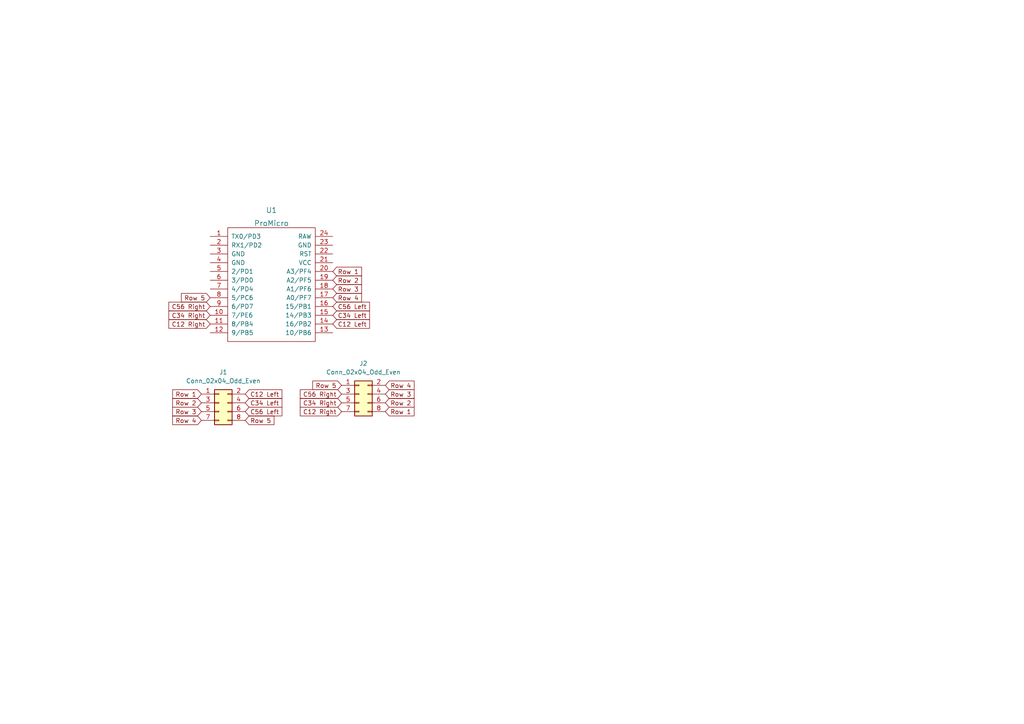
<source format=kicad_sch>
(kicad_sch (version 20230121) (generator eeschema)
  (paper "A4")
  (lib_symbols
    (symbol "Connector_Generic:Conn_02x04_Odd_Even" (pin_names (offset 1.016) hide)
      (property "Reference" "J" (at 1.27 5.08 0))
      (property "Value" "Conn_02x04_Odd_Even" (at 1.27 -7.62 0))
      (symbol "Conn_02x04_Odd_Even_1_1"
        (rectangle (start -1.27 -4.953) (end 0 -5.207) (stroke (width 0.1524)))
        (rectangle (start -1.27 -2.413) (end 0 -2.667) (stroke (width 0.1524)))
        (rectangle (start -1.27 0.127) (end 0 -0.127) (stroke (width 0.1524)))
        (rectangle (start -1.27 2.667) (end 0 2.413) (stroke (width 0.1524)))
        (rectangle (start -1.27 3.81) (end 3.81 -6.35) (stroke (width 0.254)) (fill (type background)))
        (rectangle (start 3.81 -4.953) (end 2.54 -5.207) (stroke (width 0.1524)))
        (rectangle (start 3.81 -2.413) (end 2.54 -2.667) (stroke (width 0.1524)))
        (rectangle (start 3.81 0.127) (end 2.54 -0.127) (stroke (width 0.1524)))
        (rectangle (start 3.81 2.667) (end 2.54 2.413) (stroke (width 0.1524)))
        (pin passive line (at -5.08 2.54 0) (length 3.81) (name "Pin_1") (number "1"))
        (pin passive line (at 7.62 2.54 180) (length 3.81) (name "Pin_2") (number "2"))
        (pin passive line (at -5.08 0 0) (length 3.81) (name "Pin_3") (number "3"))
        (pin passive line (at 7.62 0 180) (length 3.81) (name "Pin_4") (number "4"))
        (pin passive line (at -5.08 -2.54 0) (length 3.81) (name "Pin_5") (number "5"))
        (pin passive line (at 7.62 -2.54 180) (length 3.81) (name "Pin_6") (number "6"))
        (pin passive line (at -5.08 -5.08 0) (length 3.81) (name "Pin_7") (number "7"))
        (pin passive line (at 7.62 -5.08 180) (length 3.81) (name "Pin_8") (number "8"))
      )
    )
    (symbol "Keyboard_Keebio:ProMicro" (pin_names (offset 1.016))
      (property "Reference" "U" (at 0 0 0))
      (property "Value" "ProMicro" (at 0 -19.05 0))
      (symbol "ProMicro_0_1"
        (rectangle (start -12.7 -16.51) (end 12.7 16.51))
      )
      (symbol "ProMicro_1_1"
        (pin input line (at -17.78 13.97 0) (length 5.08) (name "TX0/PD3") (number "1"))
        (pin input line (at -17.78 -8.89 0) (length 5.08) (name "7/PE6") (number "10"))
        (pin input line (at -17.78 -11.43 0) (length 5.08) (name "8/PB4") (number "11"))
        (pin input line (at -17.78 -13.97 0) (length 5.08) (name "9/PB5") (number "12"))
        (pin input line (at 17.78 -13.97 180) (length 5.08) (name "10/PB6") (number "13"))
        (pin input line (at 17.78 -11.43 180) (length 5.08) (name "16/PB2") (number "14"))
        (pin input line (at 17.78 -8.89 180) (length 5.08) (name "14/PB3") (number "15"))
        (pin input line (at 17.78 -6.35 180) (length 5.08) (name "15/PB1") (number "16"))
        (pin input line (at 17.78 -3.81 180) (length 5.08) (name "A0/PF7") (number "17"))
        (pin input line (at 17.78 -1.27 180) (length 5.08) (name "A1/PF6") (number "18"))
        (pin input line (at 17.78 1.27 180) (length 5.08) (name "A2/PF5") (number "19"))
        (pin input line (at -17.78 11.43 0) (length 5.08) (name "RX1/PD2") (number "2"))
        (pin input line (at 17.78 3.81 180) (length 5.08) (name "A3/PF4") (number "20"))
        (pin input line (at 17.78 6.35 180) (length 5.08) (name "VCC") (number "21"))
        (pin input line (at 17.78 8.89 180) (length 5.08) (name "RST") (number "22"))
        (pin input line (at 17.78 11.43 180) (length 5.08) (name "GND") (number "23"))
        (pin input line (at 17.78 13.97 180) (length 5.08) (name "RAW") (number "24"))
        (pin input line (at -17.78 8.89 0) (length 5.08) (name "GND") (number "3"))
        (pin input line (at -17.78 6.35 0) (length 5.08) (name "GND") (number "4"))
        (pin input line (at -17.78 3.81 0) (length 5.08) (name "2/PD1") (number "5"))
        (pin input line (at -17.78 1.27 0) (length 5.08) (name "3/PD0") (number "6"))
        (pin input line (at -17.78 -1.27 0) (length 5.08) (name "4/PD4") (number "7"))
        (pin input line (at -17.78 -3.81 0) (length 5.08) (name "5/PC6") (number "8"))
        (pin input line (at -17.78 -6.35 0) (length 5.08) (name "6/PD7") (number "9"))
      )
    )
  )
  (global_label "C56 Left" (shape input) (at 96.52 88.9 0) (property "Intersheetrefs" "${INTERSHEET_REFS}" (effects hide)))
  (global_label "Row 2" (shape input) (at 111.76 116.84 0) (property "Intersheetrefs" "${INTERSHEET_REFS}" (effects hide)))
  (global_label "C12 Left" (shape input) (at 71.12 114.3 0) (property "Intersheetrefs" "${INTERSHEET_REFS}" (effects hide)))
  (global_label "Row 1" (shape input) (at 111.76 119.38 0) (property "Intersheetrefs" "${INTERSHEET_REFS}" (effects hide)))
  (global_label "Row 5" (shape input) (at 99.06 111.76 180) (property "Intersheetrefs" "${INTERSHEET_REFS}" (effects hide)))
  (global_label "C56 Right" (shape input) (at 60.96 88.9 180) (property "Intersheetrefs" "${INTERSHEET_REFS}" (effects hide)))
  (global_label "Row 5" (shape input) (at 60.96 86.36 180) (property "Intersheetrefs" "${INTERSHEET_REFS}" (effects hide)))
  (global_label "Row 3" (shape input) (at 96.52 83.82 0) (property "Intersheetrefs" "${INTERSHEET_REFS}" (effects hide)))
  (global_label "C12 Right" (shape input) (at 60.96 93.98 180) (property "Intersheetrefs" "${INTERSHEET_REFS}" (effects hide)))
  (global_label "Row 1" (shape input) (at 58.42 114.3 180) (property "Intersheetrefs" "${INTERSHEET_REFS}" (effects hide)))
  (global_label "C56 Right" (shape input) (at 99.06 114.3 180) (property "Intersheetrefs" "${INTERSHEET_REFS}" (effects hide)))
  (global_label "Row 2" (shape input) (at 58.42 116.84 180) (property "Intersheetrefs" "${INTERSHEET_REFS}" (effects hide)))
  (global_label "Row 2" (shape input) (at 96.52 81.28 0) (property "Intersheetrefs" "${INTERSHEET_REFS}" (effects hide)))
  (global_label "Row 4" (shape input) (at 96.52 86.36 0) (property "Intersheetrefs" "${INTERSHEET_REFS}" (effects hide)))
  (global_label "C12 Right" (shape input) (at 99.06 119.38 180) (property "Intersheetrefs" "${INTERSHEET_REFS}" (effects hide)))
  (global_label "C56 Left" (shape input) (at 71.12 119.38 0) (property "Intersheetrefs" "${INTERSHEET_REFS}" (effects hide)))
  (global_label "Row 3" (shape input) (at 58.42 119.38 180) (property "Intersheetrefs" "${INTERSHEET_REFS}" (effects hide)))
  (global_label "Row 5" (shape input) (at 71.12 121.92 0) (property "Intersheetrefs" "${INTERSHEET_REFS}" (effects hide)))
  (global_label "C34 Right" (shape input) (at 60.96 91.44 180) (property "Intersheetrefs" "${INTERSHEET_REFS}" (effects hide)))
  (global_label "Row 1" (shape input) (at 96.52 78.74 0) (property "Intersheetrefs" "${INTERSHEET_REFS}" (effects hide)))
  (global_label "C34 Right" (shape input) (at 99.06 116.84 180) (property "Intersheetrefs" "${INTERSHEET_REFS}" (effects hide)))
  (global_label "C12 Left" (shape input) (at 96.52 93.98 0) (property "Intersheetrefs" "${INTERSHEET_REFS}" (effects hide)))
  (global_label "Row 4" (shape input) (at 58.42 121.92 180) (property "Intersheetrefs" "${INTERSHEET_REFS}" (effects hide)))
  (global_label "Row 3" (shape input) (at 111.76 114.3 0) (property "Intersheetrefs" "${INTERSHEET_REFS}" (effects hide)))
  (global_label "C34 Left" (shape input) (at 71.12 116.84 0) (property "Intersheetrefs" "${INTERSHEET_REFS}" (effects hide)))
  (global_label "C34 Left" (shape input) (at 96.52 91.44 0) (property "Intersheetrefs" "${INTERSHEET_REFS}" (effects hide)))
  (global_label "Row 4" (shape input) (at 111.76 111.76 0) (property "Intersheetrefs" "${INTERSHEET_REFS}" (effects hide)))
  (symbol (lib_id "Keyboard_Keebio:ProMicro") (at 78.74 82.55 0) (unit 1)
    (property "Reference" "U1" (at 78.74 60.96 0) (effects (font (size 1.524 1.524))))
    (property "Value" "ProMicro" (at 78.74 64.77 0) (effects (font (size 1.524 1.524))))
    (property "Footprint" "Keyboard_JSA:ProMicro Reversed" (effects hide))
  )
  (symbol (lib_id "Connector_Generic:Conn_02x04_Odd_Even") (at 63.5 116.84 0) (unit 1)
    (property "Reference" "J1" (at 64.77 107.95 0))
    (property "Value" "Conn_02x04_Odd_Even" (at 64.77 110.49 0))
    (property "Footprint" "Keyboard_JSA:matrix_connector" (effects hide))
  )
  (symbol (lib_id "Connector_Generic:Conn_02x04_Odd_Even") (at 104.14 114.3 0) (unit 1)
    (property "Reference" "J2" (at 105.41 105.41 0))
    (property "Value" "Conn_02x04_Odd_Even" (at 105.41 107.95 0))
    (property "Footprint" "Keyboard_JSA:matrix_connector" (effects hide))
  )
)
</source>
